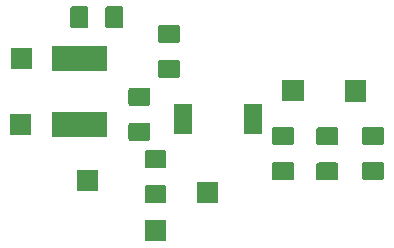
<source format=gbr>
G04 #@! TF.GenerationSoftware,KiCad,Pcbnew,(5.1.0)-1*
G04 #@! TF.CreationDate,2020-01-06T22:37:38-04:00*
G04 #@! TF.ProjectId,main,6d61696e-2e6b-4696-9361-645f70636258,rev?*
G04 #@! TF.SameCoordinates,Original*
G04 #@! TF.FileFunction,Soldermask,Top*
G04 #@! TF.FilePolarity,Negative*
%FSLAX46Y46*%
G04 Gerber Fmt 4.6, Leading zero omitted, Abs format (unit mm)*
G04 Created by KiCad (PCBNEW (5.1.0)-1) date 2020-01-06 22:37:38*
%MOMM*%
%LPD*%
G04 APERTURE LIST*
%ADD10C,0.100000*%
G04 APERTURE END LIST*
D10*
G36*
X141820200Y-87362600D02*
G01*
X140018200Y-87362600D01*
X140018200Y-85560600D01*
X141820200Y-85560600D01*
X141820200Y-87362600D01*
X141820200Y-87362600D01*
G37*
G36*
X141682062Y-82616181D02*
G01*
X141716981Y-82626774D01*
X141749163Y-82643976D01*
X141777373Y-82667127D01*
X141800524Y-82695337D01*
X141817726Y-82727519D01*
X141828319Y-82762438D01*
X141832500Y-82804895D01*
X141832500Y-83946105D01*
X141828319Y-83988562D01*
X141817726Y-84023481D01*
X141800524Y-84055663D01*
X141777373Y-84083873D01*
X141749163Y-84107024D01*
X141716981Y-84124226D01*
X141682062Y-84134819D01*
X141639605Y-84139000D01*
X140173395Y-84139000D01*
X140130938Y-84134819D01*
X140096019Y-84124226D01*
X140063837Y-84107024D01*
X140035627Y-84083873D01*
X140012476Y-84055663D01*
X139995274Y-84023481D01*
X139984681Y-83988562D01*
X139980500Y-83946105D01*
X139980500Y-82804895D01*
X139984681Y-82762438D01*
X139995274Y-82727519D01*
X140012476Y-82695337D01*
X140035627Y-82667127D01*
X140063837Y-82643976D01*
X140096019Y-82626774D01*
X140130938Y-82616181D01*
X140173395Y-82612000D01*
X141639605Y-82612000D01*
X141682062Y-82616181D01*
X141682062Y-82616181D01*
G37*
G36*
X146189000Y-84111400D02*
G01*
X144387000Y-84111400D01*
X144387000Y-82309400D01*
X146189000Y-82309400D01*
X146189000Y-84111400D01*
X146189000Y-84111400D01*
G37*
G36*
X136029000Y-83095400D02*
G01*
X134227000Y-83095400D01*
X134227000Y-81293400D01*
X136029000Y-81293400D01*
X136029000Y-83095400D01*
X136029000Y-83095400D01*
G37*
G36*
X156223562Y-80674681D02*
G01*
X156258481Y-80685274D01*
X156290663Y-80702476D01*
X156318873Y-80725627D01*
X156342024Y-80753837D01*
X156359226Y-80786019D01*
X156369819Y-80820938D01*
X156374000Y-80863395D01*
X156374000Y-82004605D01*
X156369819Y-82047062D01*
X156359226Y-82081981D01*
X156342024Y-82114163D01*
X156318873Y-82142373D01*
X156290663Y-82165524D01*
X156258481Y-82182726D01*
X156223562Y-82193319D01*
X156181105Y-82197500D01*
X154714895Y-82197500D01*
X154672438Y-82193319D01*
X154637519Y-82182726D01*
X154605337Y-82165524D01*
X154577127Y-82142373D01*
X154553976Y-82114163D01*
X154536774Y-82081981D01*
X154526181Y-82047062D01*
X154522000Y-82004605D01*
X154522000Y-80863395D01*
X154526181Y-80820938D01*
X154536774Y-80786019D01*
X154553976Y-80753837D01*
X154577127Y-80725627D01*
X154605337Y-80702476D01*
X154637519Y-80685274D01*
X154672438Y-80674681D01*
X154714895Y-80670500D01*
X156181105Y-80670500D01*
X156223562Y-80674681D01*
X156223562Y-80674681D01*
G37*
G36*
X152477062Y-80647681D02*
G01*
X152511981Y-80658274D01*
X152544163Y-80675476D01*
X152572373Y-80698627D01*
X152595524Y-80726837D01*
X152612726Y-80759019D01*
X152623319Y-80793938D01*
X152627500Y-80836395D01*
X152627500Y-81977605D01*
X152623319Y-82020062D01*
X152612726Y-82054981D01*
X152595524Y-82087163D01*
X152572373Y-82115373D01*
X152544163Y-82138524D01*
X152511981Y-82155726D01*
X152477062Y-82166319D01*
X152434605Y-82170500D01*
X150968395Y-82170500D01*
X150925938Y-82166319D01*
X150891019Y-82155726D01*
X150858837Y-82138524D01*
X150830627Y-82115373D01*
X150807476Y-82087163D01*
X150790274Y-82054981D01*
X150779681Y-82020062D01*
X150775500Y-81977605D01*
X150775500Y-80836395D01*
X150779681Y-80793938D01*
X150790274Y-80759019D01*
X150807476Y-80726837D01*
X150830627Y-80698627D01*
X150858837Y-80675476D01*
X150891019Y-80658274D01*
X150925938Y-80647681D01*
X150968395Y-80643500D01*
X152434605Y-80643500D01*
X152477062Y-80647681D01*
X152477062Y-80647681D01*
G37*
G36*
X160097062Y-80638181D02*
G01*
X160131981Y-80648774D01*
X160164163Y-80665976D01*
X160192373Y-80689127D01*
X160215524Y-80717337D01*
X160232726Y-80749519D01*
X160243319Y-80784438D01*
X160247500Y-80826895D01*
X160247500Y-81968105D01*
X160243319Y-82010562D01*
X160232726Y-82045481D01*
X160215524Y-82077663D01*
X160192373Y-82105873D01*
X160164163Y-82129024D01*
X160131981Y-82146226D01*
X160097062Y-82156819D01*
X160054605Y-82161000D01*
X158588395Y-82161000D01*
X158545938Y-82156819D01*
X158511019Y-82146226D01*
X158478837Y-82129024D01*
X158450627Y-82105873D01*
X158427476Y-82077663D01*
X158410274Y-82045481D01*
X158399681Y-82010562D01*
X158395500Y-81968105D01*
X158395500Y-80826895D01*
X158399681Y-80784438D01*
X158410274Y-80749519D01*
X158427476Y-80717337D01*
X158450627Y-80689127D01*
X158478837Y-80665976D01*
X158511019Y-80648774D01*
X158545938Y-80638181D01*
X158588395Y-80634000D01*
X160054605Y-80634000D01*
X160097062Y-80638181D01*
X160097062Y-80638181D01*
G37*
G36*
X141682062Y-79641181D02*
G01*
X141716981Y-79651774D01*
X141749163Y-79668976D01*
X141777373Y-79692127D01*
X141800524Y-79720337D01*
X141817726Y-79752519D01*
X141828319Y-79787438D01*
X141832500Y-79829895D01*
X141832500Y-80971105D01*
X141828319Y-81013562D01*
X141817726Y-81048481D01*
X141800524Y-81080663D01*
X141777373Y-81108873D01*
X141749163Y-81132024D01*
X141716981Y-81149226D01*
X141682062Y-81159819D01*
X141639605Y-81164000D01*
X140173395Y-81164000D01*
X140130938Y-81159819D01*
X140096019Y-81149226D01*
X140063837Y-81132024D01*
X140035627Y-81108873D01*
X140012476Y-81080663D01*
X139995274Y-81048481D01*
X139984681Y-81013562D01*
X139980500Y-80971105D01*
X139980500Y-79829895D01*
X139984681Y-79787438D01*
X139995274Y-79752519D01*
X140012476Y-79720337D01*
X140035627Y-79692127D01*
X140063837Y-79668976D01*
X140096019Y-79651774D01*
X140130938Y-79641181D01*
X140173395Y-79637000D01*
X141639605Y-79637000D01*
X141682062Y-79641181D01*
X141682062Y-79641181D01*
G37*
G36*
X156223562Y-77699681D02*
G01*
X156258481Y-77710274D01*
X156290663Y-77727476D01*
X156318873Y-77750627D01*
X156342024Y-77778837D01*
X156359226Y-77811019D01*
X156369819Y-77845938D01*
X156374000Y-77888395D01*
X156374000Y-79029605D01*
X156369819Y-79072062D01*
X156359226Y-79106981D01*
X156342024Y-79139163D01*
X156318873Y-79167373D01*
X156290663Y-79190524D01*
X156258481Y-79207726D01*
X156223562Y-79218319D01*
X156181105Y-79222500D01*
X154714895Y-79222500D01*
X154672438Y-79218319D01*
X154637519Y-79207726D01*
X154605337Y-79190524D01*
X154577127Y-79167373D01*
X154553976Y-79139163D01*
X154536774Y-79106981D01*
X154526181Y-79072062D01*
X154522000Y-79029605D01*
X154522000Y-77888395D01*
X154526181Y-77845938D01*
X154536774Y-77811019D01*
X154553976Y-77778837D01*
X154577127Y-77750627D01*
X154605337Y-77727476D01*
X154637519Y-77710274D01*
X154672438Y-77699681D01*
X154714895Y-77695500D01*
X156181105Y-77695500D01*
X156223562Y-77699681D01*
X156223562Y-77699681D01*
G37*
G36*
X152477062Y-77672681D02*
G01*
X152511981Y-77683274D01*
X152544163Y-77700476D01*
X152572373Y-77723627D01*
X152595524Y-77751837D01*
X152612726Y-77784019D01*
X152623319Y-77818938D01*
X152627500Y-77861395D01*
X152627500Y-79002605D01*
X152623319Y-79045062D01*
X152612726Y-79079981D01*
X152595524Y-79112163D01*
X152572373Y-79140373D01*
X152544163Y-79163524D01*
X152511981Y-79180726D01*
X152477062Y-79191319D01*
X152434605Y-79195500D01*
X150968395Y-79195500D01*
X150925938Y-79191319D01*
X150891019Y-79180726D01*
X150858837Y-79163524D01*
X150830627Y-79140373D01*
X150807476Y-79112163D01*
X150790274Y-79079981D01*
X150779681Y-79045062D01*
X150775500Y-79002605D01*
X150775500Y-77861395D01*
X150779681Y-77818938D01*
X150790274Y-77784019D01*
X150807476Y-77751837D01*
X150830627Y-77723627D01*
X150858837Y-77700476D01*
X150891019Y-77683274D01*
X150925938Y-77672681D01*
X150968395Y-77668500D01*
X152434605Y-77668500D01*
X152477062Y-77672681D01*
X152477062Y-77672681D01*
G37*
G36*
X160097062Y-77663181D02*
G01*
X160131981Y-77673774D01*
X160164163Y-77690976D01*
X160192373Y-77714127D01*
X160215524Y-77742337D01*
X160232726Y-77774519D01*
X160243319Y-77809438D01*
X160247500Y-77851895D01*
X160247500Y-78993105D01*
X160243319Y-79035562D01*
X160232726Y-79070481D01*
X160215524Y-79102663D01*
X160192373Y-79130873D01*
X160164163Y-79154024D01*
X160131981Y-79171226D01*
X160097062Y-79181819D01*
X160054605Y-79186000D01*
X158588395Y-79186000D01*
X158545938Y-79181819D01*
X158511019Y-79171226D01*
X158478837Y-79154024D01*
X158450627Y-79130873D01*
X158427476Y-79102663D01*
X158410274Y-79070481D01*
X158399681Y-79035562D01*
X158395500Y-78993105D01*
X158395500Y-77851895D01*
X158399681Y-77809438D01*
X158410274Y-77774519D01*
X158427476Y-77742337D01*
X158450627Y-77714127D01*
X158478837Y-77690976D01*
X158511019Y-77673774D01*
X158545938Y-77663181D01*
X158588395Y-77659000D01*
X160054605Y-77659000D01*
X160097062Y-77663181D01*
X160097062Y-77663181D01*
G37*
G36*
X140323162Y-77320281D02*
G01*
X140358081Y-77330874D01*
X140390263Y-77348076D01*
X140418473Y-77371227D01*
X140441624Y-77399437D01*
X140458826Y-77431619D01*
X140469419Y-77466538D01*
X140473600Y-77508995D01*
X140473600Y-78650205D01*
X140469419Y-78692662D01*
X140458826Y-78727581D01*
X140441624Y-78759763D01*
X140418473Y-78787973D01*
X140390263Y-78811124D01*
X140358081Y-78828326D01*
X140323162Y-78838919D01*
X140280705Y-78843100D01*
X138814495Y-78843100D01*
X138772038Y-78838919D01*
X138737119Y-78828326D01*
X138704937Y-78811124D01*
X138676727Y-78787973D01*
X138653576Y-78759763D01*
X138636374Y-78727581D01*
X138625781Y-78692662D01*
X138621600Y-78650205D01*
X138621600Y-77508995D01*
X138625781Y-77466538D01*
X138636374Y-77431619D01*
X138653576Y-77399437D01*
X138676727Y-77371227D01*
X138704937Y-77348076D01*
X138737119Y-77330874D01*
X138772038Y-77320281D01*
X138814495Y-77316100D01*
X140280705Y-77316100D01*
X140323162Y-77320281D01*
X140323162Y-77320281D01*
G37*
G36*
X136768600Y-78533000D02*
G01*
X132166600Y-78533000D01*
X132166600Y-76431000D01*
X136768600Y-76431000D01*
X136768600Y-78533000D01*
X136768600Y-78533000D01*
G37*
G36*
X130390200Y-78371000D02*
G01*
X128588200Y-78371000D01*
X128588200Y-76569000D01*
X130390200Y-76569000D01*
X130390200Y-78371000D01*
X130390200Y-78371000D01*
G37*
G36*
X144028400Y-78238400D02*
G01*
X142476400Y-78238400D01*
X142476400Y-75736400D01*
X144028400Y-75736400D01*
X144028400Y-78238400D01*
X144028400Y-78238400D01*
G37*
G36*
X149928400Y-78238400D02*
G01*
X148376400Y-78238400D01*
X148376400Y-75736400D01*
X149928400Y-75736400D01*
X149928400Y-78238400D01*
X149928400Y-78238400D01*
G37*
G36*
X140323162Y-74345281D02*
G01*
X140358081Y-74355874D01*
X140390263Y-74373076D01*
X140418473Y-74396227D01*
X140441624Y-74424437D01*
X140458826Y-74456619D01*
X140469419Y-74491538D01*
X140473600Y-74533995D01*
X140473600Y-75675205D01*
X140469419Y-75717662D01*
X140458826Y-75752581D01*
X140441624Y-75784763D01*
X140418473Y-75812973D01*
X140390263Y-75836124D01*
X140358081Y-75853326D01*
X140323162Y-75863919D01*
X140280705Y-75868100D01*
X138814495Y-75868100D01*
X138772038Y-75863919D01*
X138737119Y-75853326D01*
X138704937Y-75836124D01*
X138676727Y-75812973D01*
X138653576Y-75784763D01*
X138636374Y-75752581D01*
X138625781Y-75717662D01*
X138621600Y-75675205D01*
X138621600Y-74533995D01*
X138625781Y-74491538D01*
X138636374Y-74456619D01*
X138653576Y-74424437D01*
X138676727Y-74396227D01*
X138704937Y-74373076D01*
X138737119Y-74355874D01*
X138772038Y-74345281D01*
X138814495Y-74341100D01*
X140280705Y-74341100D01*
X140323162Y-74345281D01*
X140323162Y-74345281D01*
G37*
G36*
X158736600Y-75526200D02*
G01*
X156934600Y-75526200D01*
X156934600Y-73724200D01*
X158736600Y-73724200D01*
X158736600Y-75526200D01*
X158736600Y-75526200D01*
G37*
G36*
X153453400Y-75475400D02*
G01*
X151651400Y-75475400D01*
X151651400Y-73673400D01*
X153453400Y-73673400D01*
X153453400Y-75475400D01*
X153453400Y-75475400D01*
G37*
G36*
X142812362Y-72000581D02*
G01*
X142847281Y-72011174D01*
X142879463Y-72028376D01*
X142907673Y-72051527D01*
X142930824Y-72079737D01*
X142948026Y-72111919D01*
X142958619Y-72146838D01*
X142962800Y-72189295D01*
X142962800Y-73330505D01*
X142958619Y-73372962D01*
X142948026Y-73407881D01*
X142930824Y-73440063D01*
X142907673Y-73468273D01*
X142879463Y-73491424D01*
X142847281Y-73508626D01*
X142812362Y-73519219D01*
X142769905Y-73523400D01*
X141303695Y-73523400D01*
X141261238Y-73519219D01*
X141226319Y-73508626D01*
X141194137Y-73491424D01*
X141165927Y-73468273D01*
X141142776Y-73440063D01*
X141125574Y-73407881D01*
X141114981Y-73372962D01*
X141110800Y-73330505D01*
X141110800Y-72189295D01*
X141114981Y-72146838D01*
X141125574Y-72111919D01*
X141142776Y-72079737D01*
X141165927Y-72051527D01*
X141194137Y-72028376D01*
X141226319Y-72011174D01*
X141261238Y-72000581D01*
X141303695Y-71996400D01*
X142769905Y-71996400D01*
X142812362Y-72000581D01*
X142812362Y-72000581D01*
G37*
G36*
X136768600Y-72933000D02*
G01*
X132166600Y-72933000D01*
X132166600Y-70831000D01*
X136768600Y-70831000D01*
X136768600Y-72933000D01*
X136768600Y-72933000D01*
G37*
G36*
X130491800Y-72783000D02*
G01*
X128689800Y-72783000D01*
X128689800Y-70981000D01*
X130491800Y-70981000D01*
X130491800Y-72783000D01*
X130491800Y-72783000D01*
G37*
G36*
X142812362Y-69025581D02*
G01*
X142847281Y-69036174D01*
X142879463Y-69053376D01*
X142907673Y-69076527D01*
X142930824Y-69104737D01*
X142948026Y-69136919D01*
X142958619Y-69171838D01*
X142962800Y-69214295D01*
X142962800Y-70355505D01*
X142958619Y-70397962D01*
X142948026Y-70432881D01*
X142930824Y-70465063D01*
X142907673Y-70493273D01*
X142879463Y-70516424D01*
X142847281Y-70533626D01*
X142812362Y-70544219D01*
X142769905Y-70548400D01*
X141303695Y-70548400D01*
X141261238Y-70544219D01*
X141226319Y-70533626D01*
X141194137Y-70516424D01*
X141165927Y-70493273D01*
X141142776Y-70465063D01*
X141125574Y-70432881D01*
X141114981Y-70397962D01*
X141110800Y-70355505D01*
X141110800Y-69214295D01*
X141114981Y-69171838D01*
X141125574Y-69136919D01*
X141142776Y-69104737D01*
X141165927Y-69076527D01*
X141194137Y-69053376D01*
X141226319Y-69036174D01*
X141261238Y-69025581D01*
X141303695Y-69021400D01*
X142769905Y-69021400D01*
X142812362Y-69025581D01*
X142812362Y-69025581D01*
G37*
G36*
X138041362Y-67454981D02*
G01*
X138076281Y-67465574D01*
X138108463Y-67482776D01*
X138136673Y-67505927D01*
X138159824Y-67534137D01*
X138177026Y-67566319D01*
X138187619Y-67601238D01*
X138191800Y-67643695D01*
X138191800Y-69109905D01*
X138187619Y-69152362D01*
X138177026Y-69187281D01*
X138159824Y-69219463D01*
X138136673Y-69247673D01*
X138108463Y-69270824D01*
X138076281Y-69288026D01*
X138041362Y-69298619D01*
X137998905Y-69302800D01*
X136857695Y-69302800D01*
X136815238Y-69298619D01*
X136780319Y-69288026D01*
X136748137Y-69270824D01*
X136719927Y-69247673D01*
X136696776Y-69219463D01*
X136679574Y-69187281D01*
X136668981Y-69152362D01*
X136664800Y-69109905D01*
X136664800Y-67643695D01*
X136668981Y-67601238D01*
X136679574Y-67566319D01*
X136696776Y-67534137D01*
X136719927Y-67505927D01*
X136748137Y-67482776D01*
X136780319Y-67465574D01*
X136815238Y-67454981D01*
X136857695Y-67450800D01*
X137998905Y-67450800D01*
X138041362Y-67454981D01*
X138041362Y-67454981D01*
G37*
G36*
X135066362Y-67454981D02*
G01*
X135101281Y-67465574D01*
X135133463Y-67482776D01*
X135161673Y-67505927D01*
X135184824Y-67534137D01*
X135202026Y-67566319D01*
X135212619Y-67601238D01*
X135216800Y-67643695D01*
X135216800Y-69109905D01*
X135212619Y-69152362D01*
X135202026Y-69187281D01*
X135184824Y-69219463D01*
X135161673Y-69247673D01*
X135133463Y-69270824D01*
X135101281Y-69288026D01*
X135066362Y-69298619D01*
X135023905Y-69302800D01*
X133882695Y-69302800D01*
X133840238Y-69298619D01*
X133805319Y-69288026D01*
X133773137Y-69270824D01*
X133744927Y-69247673D01*
X133721776Y-69219463D01*
X133704574Y-69187281D01*
X133693981Y-69152362D01*
X133689800Y-69109905D01*
X133689800Y-67643695D01*
X133693981Y-67601238D01*
X133704574Y-67566319D01*
X133721776Y-67534137D01*
X133744927Y-67505927D01*
X133773137Y-67482776D01*
X133805319Y-67465574D01*
X133840238Y-67454981D01*
X133882695Y-67450800D01*
X135023905Y-67450800D01*
X135066362Y-67454981D01*
X135066362Y-67454981D01*
G37*
M02*

</source>
